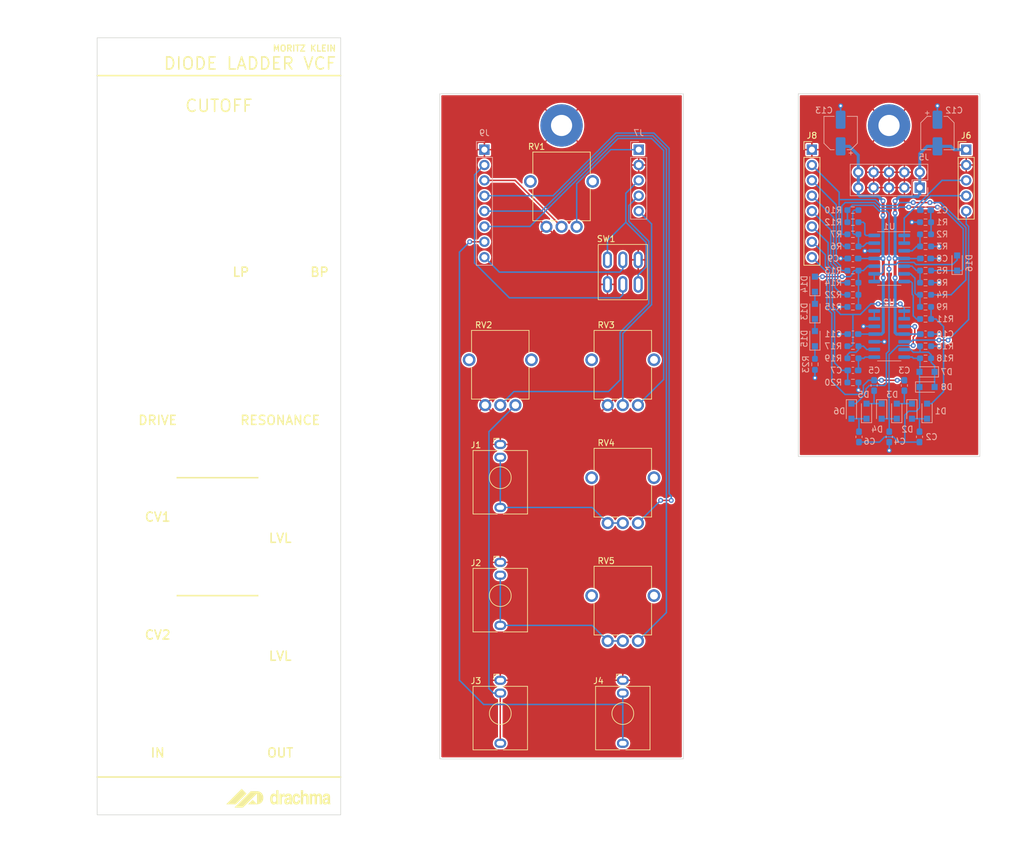
<source format=kicad_pcb>
(kicad_pcb (version 20211014) (generator pcbnew)
  (layers (0 "F.Cu" signal) (31 "B.Cu" signal) (34 "B.Paste" user) (35 "F.Paste" user) (36 "B.SilkS" user "B.Silkscreen") (37 "F.SilkS" user "F.Silkscreen") (38 "B.Mask" user) (39 "F.Mask" user) (44 "Edge.Cuts" user))
  (net 0 "")
  (net 1 "Net-(C1-Pad2)")
  (net 2 "RES_FB")
  (net 3 "Net-(C2-Pad2)")
  (net 4 "Net-(C3-Pad2)")
  (net 5 "Net-(C4-Pad2)")
  (net 6 "Net-(C5-Pad2)")
  (net 7 "Net-(C6-Pad2)")
  (net 8 "Net-(C7-Pad1)")
  (net 9 "GND")
  (net 10 "Net-(D1-Pad2)")
  (net 11 "Net-(D6-Pad1)")
  (net 12 "Net-(R2-Pad2)")
  (net 13 "Net-(R12-Pad1)")
  (net 14 "Net-(R4-Pad2)")
  (net 15 "Net-(R17-Pad2)")
  (net 16 "Net-(R5-Pad2)")
  (net 17 "Net-(R10-Pad1)")
  (net 18 "-12V")
  (net 19 "+12V")
  (net 20 "Net-(D13-Pad2)")
  (net 21 "Net-(D16-Pad1)")
  (net 22 "Net-(R11-Pad1)")
  (net 23 "Net-(D16-Pad2)")
  (net 24 "Net-(U2-Pad13)")
  (net 25 "Net-(D13-Pad1)")
  (net 26 "Net-(D14-Pad1)")
  (net 27 "Net-(D15-Pad1)")
  (net 28 "Net-(D7-Pad1)")
  (net 29 "DRIVE1_B")
  (net 30 "SW1B_OUT_B")
  (net 31 "AUDIO_OUT_B")
  (net 32 "CUT1_A")
  (net 33 "CV_AMT1_A")
  (net 34 "CV_AMT2_A")
  (net 35 "DRIVE1_A")
  (net 36 "AUDIO_OUT_A")
  (net 37 "CUT1_B")
  (net 38 "CV_AMT1_B")
  (net 39 "CV_AMT2_B")
  (net 40 "SW1A_IN_B")
  (net 41 "SW1A_IN_A")
  (net 42 "RESO1_IN_A")
  (net 43 "RESO1_OUT_A")
  (net 44 "RESO1_IN_B")
  (net 45 "RESO1_OUT_B")
  (net 46 "SW1A_OUT_B")
  (net 47 "SW1A_OUT_A")
  (net 48 "SW1B_OUT_A")
  (net 49 "Net-(RV4-Pad1)")
  (net 50 "Net-(RV2-Pad3)")
  (net 51 "Net-(RV5-Pad1)")
  (footprint "1_CUSTOM:Potentiometer_Alpha_Metal_Mounting_Hole" (layer "F.Cu") (at 63.5 54.5)
    (fp_text reference "REF**" hide)
    (fp_text value "Potentiometer_Alpha_Metal_Mounting_Hole" hide)
  )
  (footprint "1_CUSTOM:SW_DPDT_2MD1T2B1M1QES" (layer "F.Cu") (at 130.25 69.5 90)
    (fp_text reference "SW1")
    (fp_text value "SW_DPDT_x2")
  )
  (footprint "1_CUSTOM:Alpha_9mm_3.5mm_Jack_Mounting_Hole" (layer "F.Cu") (at 53.375 142.5)
    (fp_text reference "REF**" hide)
    (fp_text value "Alpha_9mm_3.5mm_Jack_Mounting_Hole" hide)
  )
  (footprint "1_CUSTOM:Potentiometer_Alpha_Metal" (layer "F.Cu") (at 130.25 103.5)
    (fp_text reference "RV4")
    (fp_text value "100k")
  )
  (footprint "MountingHole:MountingHole_3.5mm_Pad" (layer "F.Cu") (at 174.25 45.25)
    (fp_text reference "REF**" hide)
    (fp_text value "MountingHole_3.5mm_Pad" hide)
  )
  (footprint "1_CUSTOM:Potentiometer_Alpha_Metal_Mounting_Hole" (layer "F.Cu") (at 73.625 84)
    (fp_text reference "REF**" hide)
    (fp_text value "Potentiometer_Alpha_Metal_Mounting_Hole" hide)
  )
  (footprint "1_CUSTOM:Alpha_9mm_3.5mm_Jack_Mounting_Hole" (layer "F.Cu") (at 53.375 103.5)
    (fp_text reference "REF**" hide)
    (fp_text value "Alpha_9mm_3.5mm_Jack_Mounting_Hole" hide)
  )
  (footprint "1_CUSTOM:Jack_3.5mm_QingPu_WQP-PJ398SM_Vertical_CircularHoles_Compact" (layer "F.Cu") (at 130.25 142.5)
    (fp_text reference "J4")
    (fp_text value "AUDIO_OUT")
  )
  (footprint "1_CUSTOM:Potentiometer_Alpha_Metal_Mounting_Hole" (layer "F.Cu") (at 53.375 84)
    (fp_text reference "REF**" hide)
    (fp_text value "Potentiometer_Alpha_Metal_Mounting_Hole" hide)
  )
  (footprint "1_CUSTOM:Rack_Mounting_Hole" (layer "F.Cu") (at 50.875 156.25)
    (fp_text reference "REF**" hide)
    (fp_text value "Rack_Mounting_Hole" hide)
  )
  (footprint "Connector_PinHeader_2.54mm:PinHeader_1x05_P2.54mm_Vertical" (layer "F.Cu") (at 187 49.25)
    (fp_text reference "J6")
    (fp_text value "Conn_01x05_Male")
  )
  (footprint "1_CUSTOM:Potentiometer_Alpha_Metal_Mounting_Hole" (layer "F.Cu") (at 73.625 103.5)
    (fp_text reference "REF**" hide)
    (fp_text value "Potentiometer_Alpha_Metal_Mounting_Hole" hide)
  )
  (footprint "" (layer "F.Cu") (at 120.125 45.25)
    (fp_text reference "")
    (fp_text value "")
  )
  (footprint "1_CUSTOM:Jack_3.5mm_QingPu_WQP-PJ398SM_Vertical_CircularHoles_Compact" (layer "F.Cu") (at 110 123)
    (fp_text reference "J2")
    (fp_text value "CV2")
  )
  (footprint "1_CUSTOM:Jack_3.5mm_QingPu_WQP-PJ398SM_Vertical_CircularHoles_Compact" (layer "F.Cu") (at 110 142.5)
    (fp_text reference "J3")
    (fp_text value "AUDIO_IN")
  )
  (footprint "1_CUSTOM:Potentiometer_Alpha_Metal" (layer "F.Cu") (at 110 84)
    (fp_text reference "RV2")
    (fp_text value "100k")
  )
  (footprint "1_CUSTOM:Jack_3.5mm_QingPu_WQP-PJ398SM_Vertical_CircularHoles_Compact" (layer "F.Cu") (at 110 103.5)
    (fp_text reference "J1")
    (fp_text value "CV1")
  )
  (footprint "1_CUSTOM:Rack_Mounting_Hole" (layer "F.Cu") (at 50.875 33.75)
    (fp_text reference "REF**" hide)
    (fp_text value "Rack_Mounting_Hole" hide)
  )
  (footprint "1_CUSTOM:Alpha_9mm_3.5mm_Jack_Mounting_Hole" (layer "F.Cu") (at 73.625 142.5)
    (fp_text reference "REF**" hide)
    (fp_text value "Alpha_9mm_3.5mm_Jack_Mounting_Hole" hide)
  )
  (footprint "1_CUSTOM:Potentiometer_Alpha_Metal" (layer "F.Cu") (at 130.25 84)
    (fp_text reference "RV3")
    (fp_text value "100k")
  )
  (footprint "1_CUSTOM:Potentiometer_Alpha_Metal" (layer "F.Cu") (at 120.125 54.5)
    (fp_text reference "RV1")
    (fp_text value "100k")
  )
  (footprint "1_CUSTOM:logo_drachma_full_final_for_PCB" (layer "F.Cu") (at 73.875 156.5)
    (fp_text reference "Ref**" hide)
    (fp_text value "Val**" hide)
  )
  (footprint "1_CUSTOM:Potentiometer_Alpha_Metal" (layer "F.Cu") (at 130.25 123)
    (fp_text reference "RV5")
    (fp_text value "100k")
  )
  (footprint "1_CUSTOM:Potentiometer_Alpha_Metal_Mounting_Hole" (layer "F.Cu") (at 73.625 123)
    (fp_text reference "REF**" hide)
    (fp_text value "Potentiometer_Alpha_Metal_Mounting_Hole" hide)
  )
  (footprint "1_CUSTOM:Alpha_9mm_3.5mm_Jack_Mounting_Hole" (layer "F.Cu") (at 53.375 123)
    (fp_text reference "REF**" hide)
    (fp_text value "Alpha_9mm_3.5mm_Jack_Mounting_Hole" hide)
  )
  (footprint "Connector_PinHeader_2.54mm:PinHeader_1x08_P2.54mm_Vertical" (layer "F.Cu") (at 161.5 49.25)
    (fp_text reference "J8")
    (fp_text value "Conn_01x08_Male")
  )
  (footprint "1_CUSTOM:SW_DPDT_2MD1T2B1M1QES_Mounting_Hole" (layer "F.Cu") (at 73.625 69.5)
    (fp_text reference "REF**" hide)
    (fp_text value "SW_DPDT_2MD1T2B1M1QES_Mounting_Hole" hide)
  )
  (footprint "Package_SO:SOIC-14_3.9x8.7mm_P1.27mm" (layer "B.Cu") (at 174.28125 67.25 180)
    (fp_text reference "U1")
    (fp_text value "TL074")
  )
  (footprint "Resistor_SMD:R_0603_1608Metric_Pad0.98x0.95mm_HandSolder" (layer "B.Cu") (at 168.28125 63.25)
    (fp_text reference "R7")
    (fp_text value "33k")
  )
  (footprint "Diode_SMD:D_SOD-323_HandSoldering" (layer "B.Cu") (at 180.53125 88.5)
    (fp_text reference "D8")
    (fp_text value "1N4148")
  )
  (footprint "Capacitor_SMD:C_0603_1608Metric_Pad1.08x0.95mm_HandSolder" (layer "B.Cu") (at 180.28125 79.75 180)
    (fp_text reference "C10")
    (fp_text value "100n")
  )
  (footprint "Resistor_SMD:R_0603_1608Metric_Pad0.98x0.95mm_HandSolder" (layer "B.Cu") (at 180.28125 65.25 180)
    (fp_text reference "R3")
    (fp_text value "680")
  )
  (footprint "Resistor_SMD:R_0603_1608Metric_Pad0.98x0.95mm_HandSolder" (layer "B.Cu") (at 168.28125 69.25)
    (fp_text reference "R13")
    (fp_text value "100k")
  )
  (footprint "Capacitor_SMD:C_0603_1608Metric_Pad1.08x0.95mm_HandSolder" (layer "B.Cu") (at 168.28125 67.25 180)
    (fp_text reference "C9")
    (fp_text value "100n")
  )
  (footprint "Resistor_SMD:R_0603_1608Metric_Pad0.98x0.95mm_HandSolder" (layer "B.Cu") (at 180.28125 83.75 180)
    (fp_text reference "R18")
    (fp_text value "100k")
  )
  (footprint "Diode_SMD:D_SOD-323_HandSoldering" (layer "B.Cu") (at 180.53125 92.5 90)
    (fp_text reference "D1")
    (fp_text value "1N4148")
  )
  (footprint "Resistor_SMD:R_0603_1608Metric_Pad0.98x0.95mm_HandSolder" (layer "B.Cu") (at 168.28125 87.75 180)
    (fp_text reference "R20")
    (fp_text value "200k")
  )
  (footprint "Diode_SMD:D_SOD-323_HandSoldering" (layer "B.Cu") (at 180.53125 86 180)
    (fp_text reference "D7")
    (fp_text value "1N4148")
  )
  (footprint "Capacitor_SMD:C_0603_1608Metric_Pad1.08x0.95mm_HandSolder" (layer "B.Cu") (at 171.78125 88.25 -90)
    (fp_text reference "C5")
    (fp_text value "1n")
  )
  (footprint "Resistor_SMD:R_0603_1608Metric_Pad0.98x0.95mm_HandSolder" (layer "B.Cu") (at 180.28125 77.25)
    (fp_text reference "R11")
    (fp_text value "2k")
  )
  (footprint "Capacitor_SMD:C_0603_1608Metric_Pad1.08x0.95mm_HandSolder" (layer "B.Cu") (at 169.28125 96.75 90)
    (fp_text reference "C6")
    (fp_text value "1n")
  )
  (footprint "Diode_SMD:D_SOD-323_HandSoldering" (layer "B.Cu") (at 175.53125 92.5 90)
    (fp_text reference "D3")
    (fp_text value "1N4148")
  )
  (footprint "Resistor_SMD:R_0603_1608Metric_Pad0.98x0.95mm_HandSolder" (layer "B.Cu") (at 168.28125 61.25 180)
    (fp_text reference "R12")
    (fp_text value "2k")
  )
  (footprint "Capacitor_SMD:C_0603_1608Metric_Pad1.08x0.95mm_HandSolder" (layer "B.Cu") (at 180.28125 59.25)
    (fp_text reference "C1")
    (fp_text value "1u")
  )
  (footprint "Resistor_SMD:R_0603_1608Metric_Pad0.98x0.95mm_HandSolder" (layer "B.Cu") (at 180.28125 61.25)
    (fp_text reference "R1")
    (fp_text value "200k")
  )
  (footprint "Resistor_SMD:R_0603_1608Metric_Pad0.98x0.95mm_HandSolder" (layer "B.Cu") (at 180.28125 71.25 180)
    (fp_text reference "R8")
    (fp_text value "33k")
  )
  (footprint "Connector_PinSocket_2.54mm:PinSocket_1x08_P2.54mm_Vertical" (layer "B.Cu") (at 107.375 49.25 180)
    (fp_text reference "J9")
    (fp_text value "Conn_01x08_Female")
  )
  (footprint "Diode_SMD:D_SOD-323_HandSoldering" (layer "B.Cu") (at 170.53125 92.5 90)
    (fp_text reference "D5")
    (fp_text value "1N4148")
  )
  (footprint "Resistor_SMD:R_0603_1608Metric_Pad0.98x0.95mm_HandSolder" (layer "B.Cu") (at 168.28125 75.25)
    (fp_text reference "R15")
    (fp_text value "47k")
  )
  (footprint "Diode_SMD:D_SOD-323_HandSoldering" (layer "B.Cu") (at 173.03125 92.5 -90)
    (fp_text reference "D4")
    (fp_text value "1N4148")
  )
  (footprint "Connector_PinHeader_2.54mm:PinHeader_2x05_P2.54mm_Vertical" (layer "B.Cu") (at 179.325 55.525 90)
    (fp_text reference "J5")
    (fp_text value "Conn_02x05_Odd_Even")
  )
  (footprint "Resistor_SMD:R_0603_1608Metric_Pad0.98x0.95mm_HandSolder" (layer "B.Cu") (at 180.28125 81.75 180)
    (fp_text reference "R16")
    (fp_text value "27k")
  )
  (footprint "Capacitor_SMD:C_0603_1608Metric_Pad1.08x0.95mm_HandSolder" (layer "B.Cu") (at 179.28125 96.75 90)
    (fp_text reference "C2")
    (fp_text value "1n")
  )
  (footprint "Resistor_SMD:R_0603_1608Metric_Pad0.98x0.95mm_HandSolder" (layer "B.Cu") (at 180.28125 75.25)
    (fp_text reference "R9")
    (fp_text value "33k")
  )
  (footprint "Resistor_SMD:R_0603_1608Metric_Pad0.98x0.95mm_HandSolder" (layer "B.Cu") (at 180.28125 73.25 180)
    (fp_text reference "R4")
    (fp_text value "33k")
  )
  (footprint "Resistor_SMD:R_0603_1608Metric_Pad0.98x0.95mm_HandSolder" (layer "B.Cu") (at 162 84.75 90)
    (fp_text reference "R23")
    (fp_text value "1k")
  )
  (footprint "Capacitor_SMD:CP_Elec_5x5.4" (layer "B.Cu") (at 182.25 46.5 -90)
    (fp_text reference "C12")
    (fp_text value "10u")
  )
  (footprint "Resistor_SMD:R_0603_1608Metric_Pad0.98x0.95mm_HandSolder" (layer "B.Cu") (at 168.28125 73.25)
    (fp_text reference "R22")
    (fp_text value "47k")
  )
  (footprint "Capacitor_SMD:C_0603_1608Metric_Pad1.08x0.95mm_HandSolder" (layer "B.Cu") (at 168.28125 85.75 180)
    (fp_text reference "C7")
    (fp_text value "1u")
  )
  (footprint "Capacitor_SMD:C_0603_1608Metric_Pad1.08x0.95mm_HandSolder" (layer "B.Cu") (at 176.78125 88.25 -90)
    (fp_text reference "C3")
    (fp_text value "1n")
  )
  (footprint "Resistor_SMD:R_0603_1608Metric_Pad0.98x0.95mm_HandSolder" (layer "B.Cu") (at 180.28125 69.25 180)
    (fp_text reference "R5")
    (fp_text value "33k")
  )
  (footprint "Diode_SMD:D_SOD-323_HandSoldering" (layer "B.Cu") (at 178.03125 92.5 -90)
    (fp_text reference "D2")
    (fp_text value "1N4148")
  )
  (footprint "Diode_SMD:D_SOD-323_HandSoldering" (layer "B.Cu") (at 162 80.5 90)
    (fp_text reference "D15")
    (fp_text value "1N4148")
  )
  (footprint "Diode_SMD:D_SOD-323_HandSoldering" (layer "B.Cu") (at 185.5 68 90)
    (fp_text reference "D16")
    (fp_text value "1N4148")
  )
  (footprint "Resistor_SMD:R_0603_1608Metric_Pad0.98x0.95mm_HandSolder" (layer "B.Cu") (at 168.28125 59.25 180)
    (fp_text reference "R10")
    (fp_text value "33k")
  )
  (footprint "Resistor_SMD:R_0603_1608Metric_Pad0.98x0.95mm_HandSolder" (layer "B.Cu") (at 168.28125 83.75)
    (fp_text reference "R19")
    (fp_text value "47k")
  )
  (footprint "Diode_SMD:D_SOD-323_HandSoldering" (layer "B.Cu") (at 162 71.5 90)
    (fp_text reference "D13")
    (fp_text value "1N4148")
  )
  (footprint "Resistor_SMD:R_0603_1608Metric_Pad0.98x0.95mm_HandSolder" (layer "B.Cu") (at 168.28125 81.75)
    (fp_text reference "R17")
    (fp_text value "1k")
  )
  (footprint "Resistor_SMD:R_0603_1608Metric_Pad0.98x0.95mm_HandSolder" (layer "B.Cu") (at 168.28125 65.25)
    (fp_text reference "R6")
    (fp_text value "33k")
  )
  (footprint "Capacitor_SMD:CP_Elec_5x5.4" (layer "B.Cu") (at 166.25 46.5 90)
    (fp_text reference "C13")
    (fp_text value "10u")
  )
  (footprint "Diode_SMD:D_SOD-323_HandSoldering" (layer "B.Cu") (at 162 76 90)
    (fp_text reference "D14")
    (fp_text value "1N4148")
  )
  (footprint "Capacitor_SMD:C_0603_1608Metric_Pad1.08x0.95mm_HandSolder" (layer "B.Cu") (at 180.28125 67.25 180)
    (fp_text reference "C8")
    (fp_text value "100n")
  )
  (footprint "Connector_PinSocket_2.54mm:PinSocket_1x05_P2.54mm_Vertical" (layer "B.Cu") (at 132.875 49.25 180)
    (fp_text reference "J7")
    (fp_text value "Conn_01x05_Female")
  )
  (footprint "Capacitor_SMD:C_0603_1608Metric_Pad1.08x0.95mm_HandSolder" (layer "B.Cu") (at 168.28125 79.75 180)
    (fp_text reference "C11")
    (fp_text value "100n")
  )
  (footprint "Diode_SMD:D_SOD-323_HandSoldering" (layer "B.Cu") (at 168.03125 92.5 -90)
    (fp_text reference "D6")
    (fp_text value "1N4148")
  )
  (footprint "Resistor_SMD:R_0603_1608Metric_Pad0.98x0.95mm_HandSolder" (layer "B.Cu") (at 180.28125 63.25 180)
    (fp_text reference "R2")
    (fp_text value "33k")
  )
  (footprint "Capacitor_SMD:C_0603_1608Metric_Pad1.08x0.95mm_HandSolder" (layer "B.Cu") (at 174.28125 96.75 90)
    (fp_text reference "C4")
    (fp_text value "1n")
  )
  (footprint "Resistor_SMD:R_0603_1608Metric_Pad0.98x0.95mm_HandSolder" (layer "B.Cu") (at 168.28125 71.25)
    (fp_text reference "R14")
    (fp_text value "47k")
  )
  (footprint "Package_SO:SOIC-14_3.9x8.7mm_P1.27mm" (layer "B.Cu") (at 174.28125 79.75 180)
    (fp_text reference "U2")
    (fp_text value "TL074")
  )
  (gr_line (start 53.375 103.5) (end 73.625 103.5) (layer "F.SilkS") (width 0.25))
  (gr_line (start 43.375 37) (end 83.625 37) (layer "F.SilkS") (width 0.25))
  (gr_line (start 43.375 153) (end 83.625 153) (layer "F.SilkS") (width 0.25))
  (gr_line (start 53.375 123) (end 73.625 123) (layer "F.SilkS") (width 0.25))
  (gr_rect (start 159.25 100) (end 189.25 40) (layer "Edge.Cuts") (width 0.1) (fill none))
  (gr_rect (start 100 40) (end 140.25 150) (layer "Edge.Cuts") (width 0.1) (fill none))
  (gr_rect (start 43.375 30.75) (end 83.625 159.25) (layer "Edge.Cuts") (width 0.1) (fill none))
  (gr_text "MORITZ KLEIN" (at 77.625 32.5) (layer "F.SilkS") (effects (font (size 1 1) (thickness 0.2))))
  (gr_text "CV2" (at 53.375 129.5) (layer "F.SilkS") (effects (font (size 1.5 1.5) (thickness 0.25))))
  (gr_text "LVL" (at 73.625 113.5) (layer "F.SilkS") (effects (font (size 1.5 1.5) (thickness 0.25))))
  (gr_text "OUT" (at 73.625 149) (layer "F.SilkS") (effects (font (size 1.5 1.5) (thickness 0.25))))
  (gr_text "CV1" (at 53.375 110) (layer "F.SilkS") (effects (font (size 1.5 1.5) (thickness 0.25))))
  (gr_text "BP" (at 80.125 69.5) (layer "F.SilkS") (effects (font (size 1.5 1.5) (thickness 0.25))))
  (gr_text "DRIVE" (at 53.375 94) (layer "F.SilkS") (effects (font (size 1.5 1.5) (thickness 0.25))))
  (gr_text "LVL" (at 73.625 133) (layer "F.SilkS") (effects (font (size 1.5 1.5) (thickness 0.25))))
  (gr_text "IN" (at 53.375 149) (layer "F.SilkS") (effects (font (size 1.5 1.5) (thickness 0.25))))
  (gr_text "DIODE LADDER VCF" (at 68.625 35) (layer "F.SilkS") (effects (font (size 2 2) (thickness 0.25))))
  (gr_text "CUTOFF" (at 63.5 42) (layer "F.SilkS") (effects (font (size 2 2) (thickness 0.25))))
  (gr_text "LP" (at 67.125 69.5) (layer "F.SilkS") (effects (font (size 1.5 1.5) (thickness 0.25))))
  (gr_text "RESONANCE" (at 73.625 94) (layer "F.SilkS") (effects (font (size 1.5 1.5) (thickness 0.25))))
  (segment (start 181.14375 59.25) (end 181.14375 61.2) (width 0.25) (layer "B.Cu") (net 1))
  (segment (start 181.19375 61.25) (end 181.19375 63.25) (width 0.25) (layer "B.Cu") (net 1))
  (segment (start 181.14375 61.2) (end 181.19375 61.25) (width 0.25) (layer "B.Cu") (net 1))
  (segment (start 178.09125 83.56) (end 178.28125 83.75) (width 0.25) (layer "B.Cu") (net 2))
  (segment (start 176.75625 83.56) (end 178.09125 83.56) (width 0.25) (layer "B.Cu") (net 2))
  (segment (start 179.36875 83.75) (end 179.36875 85.9125) (width 0.25) (layer "B.Cu") (net 2))
  (segment (start 176.8625 93.1375) (end 176.8625 97.6125) (width 0.25) (layer "B.Cu") (net 2))
  (segment (start 179.28125 97.6125) (end 175.83125 97.6125) (width 0.25) (layer "B.Cu") (net 2))
  (segment (start 178.28125 83.75) (end 179.36875 83.75) (width 0.25) (layer "B.Cu") (net 2))
  (segment (start 175.83125 97.6125) (end 174.96875 96.75) (width 0.25) (layer "B.Cu") (net 2))
  (segment (start 172.66875 97.6125) (end 169.28125 97.6125) (width 0.25) (layer "B.Cu") (net 2))
  (segment (start 173.53125 96.75) (end 172.66875 97.6125) (width 0.25) (layer "B.Cu") (net 2))
  (segment (start 179.36875 85.9125) (end 179.28125 86) (width 0.25) (layer "B.Cu") (net 2))
  (segment (start 179.28125 91.96875) (end 178.75 92.5) (width 0.25) (layer "B.Cu") (net 2))
  (segment (start 178.75 92.5) (end 177.5 92.5) (width 0.25) (layer "B.Cu") (net 2))
  (segment (start 179.28125 88.5) (end 179.28125 91.96875) (width 0.25) (layer "B.Cu") (net 2))
  (segment (start 179.28125 88.5) (end 179.28125 86) (width 0.25) (layer "B.Cu") (net 2))
  (segment (start 174.96875 96.75) (end 173.53125 96.75) (width 0.25) (layer "B.Cu") (net 2))
  (segment (start 177.5 92.5) (end 176.8625 93.1375) (width 0.25) (layer "B.Cu") (net 2))
  (segment (start 178.03125 93.75) (end 179.28125 93.75) (width 0.25) (layer "B.Cu") (net 3))
  (segment (start 179.28125 95.8875) (end 179.28125 93.75) (width 0.25) (layer "B.Cu") (net 3))
  (segment (start 179.28125 93.75) (end 180.53125 93.75) (width 0.25) (layer "B.Cu") (net 3))
  (segment (start 176.78125 91.25) (end 175.53125 91.25) (width 0.25) (layer "B.Cu") (net 4))
  (segment (start 178.03125 91.25) (end 176.78125 91.25) (width 0.25) (layer "B.Cu") (net 4))
  (segment (start 176.78125 91.25) (end 176.78125 89.1125) (width 0.25) (layer "B.Cu") (net 4))
  (segment (start 178.25 80.25) (end 178.25 81.645) (width 0.25) (layer "F.Cu") (net 5))
  (segment (start 178.5 80) (end 178.25 80.25) (width 0.25) (layer "F.Cu") (net 5))
  (segment (start 178.5 78.5) (end 178.5 80) (width 0.25) (layer "F.Cu") (net 5))
  (via (at 178.25 81.645) (size 0.8) (drill 0.4) (layers "F.Cu" "B.Cu") (net 5))
  (via (at 178.5 78.5) (size 0.8) (drill 0.4) (layers "F.Cu" "B.Cu") (net 5))
  (segment (start 174.28125 93.75) (end 174.25 93.71875) (width 0.25) (layer "B.Cu") (net 5))
  (segment (start 176.77625 78.5) (end 176.75625 78.48) (width 0.25) (layer "B.Cu") (net 5))
  (segment (start 174.28125 93.75) (end 175.53125 93.75) (width 0.25) (layer "B.Cu") (net 5))
  (segment (start 178.5 78.5) (end 176.77625 78.5) (width 0.25) (layer "B.Cu") (net 5))
  (segment (start 174.25 93.71875) (end 174.25 88.25) (width 0.25) (layer "B.Cu") (net 5))
  (segment (start 178.25 81.645) (end 175.754499 81.645) (width 0.25) (layer "B.Cu") (net 5))
  (segment (start 173.03125 93.75) (end 174.28125 93.75) (width 0.25) (layer "B.Cu") (net 5))
  (segment (start 175.754499 81.645) (end 174.25 83.149499) (width 0.25) (layer "B.Cu") (net 5))
  (segment (start 174.25 83.149499) (end 174.25 88.25) (width 0.25) (layer "B.Cu") (net 5))
  (segment (start 174.28125 93.75) (end 174.28125 95.8875) (width 0.25) (layer "B.Cu") (net 5))
  (segment (start 171.78125 91.25) (end 170.53125 91.25) (width 0.25) (layer "B.Cu") (net 6))
  (segment (start 171.78125 89.1125) (end 171.78125 91.25) (width 0.25) (layer "B.Cu") (net 6))
  (segment (start 173.03125 91.25) (end 171.78125 91.25) (width 0.25) (layer "B.Cu") (net 6))
  (segment (start 169.28125 95.8875) (end 169.28125 93.75) (width 0.25) (layer "B.Cu") (net 7))
  (segment (start 169.28125 93.75) (end 170.53125 93.75) (width 0.25) (layer "B.Cu") (net 7))
  (segment (start 168.03125 93.75) (end 169.28125 93.75) (width 0.25) (layer "B.Cu") (net 7))
  (segment (start 169.19375 83.75) (end 169.19375 85.7) (width 0.25) (layer "B.Cu") (net 8))
  (segment (start 169.19375 85.7) (end 169.14375 85.75) (width 0.25) (layer "B.Cu") (net 8))
  (segment (start 170.09125 83.75) (end 169.19375 83.75) (width 0.25) (layer "B.Cu") (net 8))
  (segment (start 171.80625 83.56) (end 170.28125 83.56) (width 0.25) (layer "B.Cu") (net 8))
  (segment (start 170.28125 83.56) (end 170.09125 83.75) (width 0.25) (layer "B.Cu") (net 8))
  (via (at 162 87) (size 0.8) (drill 0.4) (layers "F.Cu" "B.Cu") (net 9))
  (via (at 173.48 81.02) (size 0.8) (drill 0.4) (layers "F.Cu" "B.Cu") (net 9))
  (via (at 170.25 66) (size 0.8) (drill 0.4) (layers "F.Cu" "B.Cu") (net 9))
  (via (at 170.02 78.48) (size 0.8) (drill 0.4) (layers "F.Cu" "B.Cu") (net 9))
  (via (at 169.19375 89) (size 0.8) (drill 0.4) (layers "F.Cu" "B.Cu") (net 9))
  (via (at 166.25 67.25) (size 0.8) (drill 0.4) (layers "F.Cu" "B.Cu") (net 9))
  (via (at 182.53125 67.25) (size 0.8) (drill 0.4) (layers "F.Cu" "B.Cu") (net 9))
  (via (at 182.53125 65.25) (size 0.8) (drill 0.4) (layers "F.Cu" "B.Cu") (net 9))
  (via (at 182.53125 79.75) (size 0.8) (drill 0.4) (layers "F.Cu" "B.Cu") (net 9))
  (via (at 166.25 42) (size 0.8) (drill 0.4) (layers "F.Cu" "B.Cu") (net 9))
  (via (at 166.03125 79.75) (size 0.8) (drill 0.4) (layers "F.Cu" "B.Cu") (net 9))
  (via (at 178.03125 61.25) (size 0.8) (drill 0.4) (layers "F.Cu" "B.Cu") (net 9))
  (via (at 166.03125 75.25) (size 0.8) (drill 0.4) (layers "F.Cu" "B.Cu") (net 9))
  (via (at 182.53125 71.25) (size 0.8) (drill 0.4) (layers "F.Cu" "B.Cu") (net 9))
  (via (at 174.28125 99) (size 0.8) (drill 0.4) (layers "F.Cu" "B.Cu") (net 9))
  (via (at 182.25 42) (size 0.8) (drill 0.4) (layers "F.Cu" "B.Cu") (net 9))
  (via (at 182.53125 81.75) (size 0.8) (drill 0.4) (layers "F.Cu" "B.Cu") (net 9))
  (segment (start 182.53125 65.25) (end 181.19375 65.25) (width 0.25) (layer "B.Cu") (net 9))
  (segment (start 179.36875 61.25) (end 178.03125 61.25) (width 0.25) (layer "B.Cu") (net 9))
  (segment (start 171.80625 81.02) (end 173.48 81.02) (width 0.25) (layer "B.Cu") (net 9))
  (segment (start 167.41875 67.25) (end 166.25 67.25) (width 0.25) (layer "B.Cu") (net 9))
  (segment (start 182.53125 71.25) (end 181.19375 71.25) (width 0.25) (layer "B.Cu") (net 9))
  (segment (start 181.19375 81.75) (end 182.53125 81.75) (width 0.25) (layer "B.Cu") (net 9))
  (segment (start 174.28125 97.6125) (end 174.28125 99) (width 0.25) (layer "B.Cu") (net 9))
  (segment (start 167.36875 75.25) (end 166.03125 75.25) (width 0.25) (layer "B.Cu") (net 9))
  (segment (start 182.53125 79.75) (end 181.14375 79.75) (width 0.25) (layer "B.Cu") (net 9))
  (segment (start 166.03125 79.75) (end 167.41875 79.75) (width 0.25) (layer "B.Cu") (net 9))
  (segment (start 171.80625 78.48) (end 170.02 78.48) (width 0.25) (layer "B.Cu") (net 9))
  (segment (start 170.25 66) (end 171.82625 66) (width 0.25) (layer "B.Cu") (net 9))
  (segment (start 162 85.6625) (end 162 87) (width 0.25) (layer "B.Cu") (net 9))
  (segment (start 169.19375 87.75) (end 169.19375 89) (width 0.25) (layer "B.Cu") (net 9))
  (segment (start 166.25 44.3) (end 166.25 42) (width 0.25) (layer "B.Cu") (net 9))
  (segment (start 182.25 44.3) (end 182.25 42) (width 0.25) (layer "B.Cu") (net 9))
  (segment (start 181.14375 67.25) (end 182.53125 67.25) (width 0.25) (layer "B.Cu") (net 9))
  (segment (start 183.25625 89.259375) (end 181.265625 91.25) (width 0.25) (layer "B.Cu") (net 10))
  (segment (start 181.265625 91.25) (end 180.53125 91.25) (width 0.25) (layer "B.Cu") (net 10))
  (segment (start 183.25625 78.50625) (end 183.25625 89.259375) (width 0.25) (layer "B.Cu") (net 10))
  (segment (start 182 77.25) (end 183.25625 78.50625) (width 0.25) (layer "B.Cu") (net 10))
  (segment (start 181.19375 77.25) (end 182 77.25) (width 0.25) (layer "B.Cu") (net 10))
  (segment (start 181.19375 77.25) (end 181.19375 75.25) (width 0.25) (layer "B.Cu") (net 10))
  (segment (start 174.25 67.25) (end 174.25 69) (width 0.25) (layer "F.Cu") (net 11))
  (via (at 174.25 67.25) (size 0.8) (drill 0.4) (layers "F.Cu" "B.Cu") (net 11))
  (via (at 174.25 69) (size 0.8) (drill 0.4) (layers "F.Cu" "B.Cu") (net 11))
  (segment (start 173.8 87.95) (end 173.5 88.25) (width 0.25) (layer "B.Cu") (net 11))
  (segment (start 174.25 59.75) (end 173.89952 59.39952) (width 0.25) (layer "B.Cu") (net 11))
  (segment (start 167.36875 59.25) (end 167.36875 61.25) (width 0.25) (layer "B.Cu") (net 11))
  (segment (start 173.5 88.25) (end 171 88.25) (width 0.25) (layer "B.Cu") (net 11))
  (segment (start 174.25 82.513103) (end 173.8 82.963103) (width 0.25) (layer "B.Cu") (net 11))
  (segment (start 174.25 67.25) (end 174.25 59.75) (width 0.25) (layer "B.Cu") (net 11))
  (segment (start 172.627406 59.39952) (end 171.677886 58.45) (width 0.25) (layer "B.Cu") (net 11))
  (segment (start 171 88.25) (end 170.45 88.8) (width 0.25) (layer "B.Cu") (net 11))
  (segment (start 171.677886 58.45) (end 168.16875 58.45) (width 0.25) (layer "B.Cu") (net 11))
  (segment (start 168.761396 91.25) (end 168.03125 91.25) (width 0.25) (layer "B.Cu") (net 11))
  (segment (start 170.45 88.8) (end 170.45 89.561396) (width 0.25) (layer "B.Cu") (net 11))
  (segment (start 173.89952 59.39952) (end 172.627406 59.39952) (width 0.25) (layer "B.Cu") (net 11))
  (segment (start 174.25 69) (end 174.25 82.513103) (width 0.25) (layer "B.Cu") (net 11))
  (segment (start 168.16875 58.45) (end 167.36875 59.25) (width 0.25) (layer "B.Cu") (net 11))
  (segment (start 170.45 89.561396) (end 168.761396 91.25) (width 0.25) (layer "B.Cu") (net 11))
  (segment (start 173.8 82.963103) (end 173.8 87.95) (width 0.25) (layer "B.Cu") (net 11))
  (segment (start 178.07125 65.98) (end 176.75625 65.98) (width 0.25) (layer "B.Cu") (net 12))
  (segment (start 178.80125 65.25) (end 178.07125 65.98) (width 0.25) (layer "B.Cu") (net 12))
  (segment (start 179.36875 65.25) (end 179.36875 63.25) (width 0.25) (layer "B.Cu") (net 12))
  (segment (start 179.36875 65.25) (end 178.80125 65.25) (width 0.25) (layer "B.Cu") (net 12))
  (segment (start 170.25 61.5) (end 170.25 63.25) (width 0.25) (layer "B.Cu") (net 13))
  (segment (start 170.25 63.25) (end 170.44 63.44) (width 0.25) (layer "B.Cu") (net 13))
  (segment (start 170.44 63.44) (end 171.80625 63.44) (width 0.25) (layer "B.Cu") (net 13))
  (segment (start 169.19375 61.25) (end 170 61.25) (width 0.25) (layer "B.Cu") (net 13))
  (segment (start 170 61.25) (end 170.25 61.5) (width 0.25) (layer "B.Cu") (net 13))
  (segment (start 177.82125 69.79) (end 176.75625 69.79) (width 0.25) (layer "B.Cu") (net 14))
  (segment (start 179.36875 75.25) (end 179.36875 73.25) (width 0.25) (layer "B.Cu") (net 14))
  (segment (start 178.78125 73.25) (end 178.53125 73) (width 0.25) (layer "B.Cu") (net 14))
  (segment (start 178.53125 70.5) (end 177.82125 69.79) (width 0.25) (layer "B.Cu") (net 14))
  (segment (start 179.36875 73.25) (end 178.78125 73.25) (width 0.25) (layer "B.Cu") (net 14))
  (segment (start 178.53125 73) (end 178.53125 70.5) (width 0.25) (layer "B.Cu") (net 14))
  (segment (start 170.57125 82.29) (end 171.80625 82.29) (width 0.25) (layer "B.Cu") (net 15))
  (segment (start 167.36875 83.1625) (end 167.36875 83.75) (width 0.25) (layer "B.Cu") (net 15))
  (segment (start 168.78125 82.75) (end 167.78125 82.75) (width 0.25) (layer "B.Cu") (net 15))
  (segment (start 167.78125 82.75) (end 167.36875 83.1625) (width 0.25) (layer "B.Cu") (net 15))
  (segment (start 169.19375 81.75) (end 169.19375 82.3375) (width 0.25) (layer "B.Cu") (net 15))
  (segment (start 170.03125 81.75) (end 170.57125 82.29) (width 0.25) (layer "B.Cu") (net 15))
  (segment (start 169.19375 81.75) (end 170.03125 81.75) (width 0.25) (layer "B.Cu") (net 15))
  (segment (start 169.19375 82.3375) (end 168.78125 82.75) (width 0.25) (layer "B.Cu") (net 15))
  (segment (start 179.36875 71.25) (end 179.36875 69.25) (width 0.25) (layer "B.Cu") (net 16))
  (segment (start 179.36875 69.25) (end 178.78125 69.25) (width 0.25) (layer "B.Cu") (net 16))
  (segment (start 178.78125 69.25) (end 178.03125 68.5) (width 0.25) (layer "B.Cu") (net 16))
  (segment (start 176.77625 68.5) (end 176.75625 68.52) (width 0.25) (layer "B.Cu") (net 16))
  (segment (start 178.03125 68.5) (end 176.77625 68.5) (width 0.25) (layer "B.Cu") (net 16))
  (segment (start 169.19375 65.25) (end 169.19375 63.25) (width 0.25) (layer "B.Cu") (net 17))
  (segment (start 168.471875 63.25) (end 169.19375 63.25) (width 0.25) (layer "B.Cu") (net 17))
  (segment (start 168.25 63.028125) (end 168.471875 63.25) (width 0.25) (layer "B.Cu") (net 17))
  (segment (start 171.80625 64.71) (end 170.54 64.71) (width 0.25) (layer "B.Cu") (net 17))
  (segment (start 168.5 59.25) (end 168.25 59.5) (width 0.25) (layer "B.Cu") (net 17))
  (segment (start 168.25 59.5) (end 168.25 63.028125) (width 0.25) (layer "B.Cu") (net 17))
  (segment (start 170 65.25) (end 169.19375 65.25) (width 0.25) (layer "B.Cu") (net 17))
  (segment (start 170.54 64.71) (end 170 65.25) (width 0.25) (layer "B.Cu") (net 17))
  (segment (start 169.19375 59.25) (end 168.5 59.25) (width 0.25) (layer "B.Cu") (net 17))
  (segment (start 173.25 67.25) (end 173.3 67.3) (width 0.5) (layer "F.Cu") (net 18))
  (segment (start 173.262299 60.111721) (end 173.262299 57.737701) (width 0.5) (layer "F.Cu") (net 18))
  (segment (start 173.25 60.12402) (end 173.262299 60.111721) (width 0.5) (layer "F.Cu") (net 18))
  (segment (start 173.3 67.3) (end 173.3 70.45) (width 0.5) (layer "F.Cu") (net 18))
  (via (at 173.262299 57.737701) (size 0.8) (drill 0.4) (layers "F.Cu" "B.Cu") (net 18))
  (via (at 173.25 60.12402) (size 0.8) (drill 0.4) (layers "F.Cu" "B.Cu") (net 18))
  (via (at 173.25 67.25) (size 0.8) (drill 0.4) (layers "F.Cu" "B.Cu") (net 18))
  (via (at 173.3 70.45) (size 0.8) (drill 0.4) (layers "F.Cu" "B.Cu") (net 18))
  (segment (start 169.165 50.165) (end 167.7 48.7) (width 0.5) (layer "B.Cu") (net 18))
  (segment (start 169.165 56.665) (end 169.165 55.525) (width 0.5) (layer "B.Cu") (net 18))
  (segment (start 169.43 56.93) (end 169.165 56.665) (width 0.5) (layer "B.Cu") (net 18))
  (segment (start 169.14375 67.25) (end 171.80625 67.25) (width 0.25) (layer "B.Cu") (net 18))
  (segment (start 169.175 52.995) (end 169.175 55.515) (width 0.5) (layer "B.Cu") (net 18))
  (segment (start 169.165 52.985) (end 169.175 52.995) (width 0.5) (layer "B.Cu") (net 18))
  (segment (start 173.262299 57.737701) (end 172.454598 56.93) (width 0.5) (layer "B.Cu") (net 18))
  (segment (start 167.7 48.7) (end 166.25 48.7) (width 0.5) (layer "B.Cu") (net 18))
  (segment (start 173.25 60.12402) (end 173.25 67.25) (width 0.5) (layer "B.Cu") (net 18))
  (segment (start 169.14375 79.75) (end 171.80625 79.75) (width 0.25) (layer "B.Cu") (net 18))
  (segment (start 171.80625 67.25) (end 173.25 67.25) (width 0.5) (layer "B.Cu") (net 18))
  (segment (start 169.165 52.985) (end 169.165 50.165) (width 0.5) (layer "B.Cu") (net 18))
  (segment (start 172.454598 56.93) (end 169.43 56.93) (width 0.5) (layer "B.Cu") (net 18))
  (segment (start 173.3 70.45) (end 173.3 79.45) (width 0.5) (layer "B.Cu") (net 18))
  (segment (start 173 79.75) (end 171.80625 79.75) (width 0.5) (layer "B.Cu") (net 18))
  (segment (start 173.3 79.45) (end 173 79.75) (width 0.5) (layer "B.Cu") (net 18))
  (segment (start 175.25 57.75) (end 175.25 59.75) (width 0.5) (layer "F.Cu") (net 19))
  (segment (start 175.25 70.45) (end 175.25 67.25) (width 0.5) (layer "F.Cu") (net 19))
  (via (at 175.25 59.75) (size 0.8) (drill 0.4) (layers "F.Cu" "B.Cu") (net 19))
  (via (at 175.25 67.25) (size 0.8) (drill 0.4) (layers "F.Cu" "B.Cu") (net 19))
  (via (at 175.25 70.45) (size 0.8) (drill 0.4) (layers "F.Cu" "B.Cu") (net 19))
  (via (at 175.25 57.75) (size 0.8) (drill 0.4) (layers "F.Cu" "B.Cu") (net 19))
  (segment (start 175.5 79.75) (end 176.75625 79.75) (width 0.5) (layer "B.Cu") (net 19))
  (segment (start 187 49.25) (end 185 49.25) (width 0.5) (layer "B.Cu") (net 19))
  (segment (start 179.41875 67.25) (end 176.75625 67.25) (width 0.25) (layer "B.Cu") (net 19))
  (segment (start 175.25 67.25) (end 176.75625 67.25) (width 0.5) (layer "B.Cu") (net 19))
  (segment (start 179.325 49.925) (end 179.325 52.985) (width 0.5) (layer "B.Cu") (net 19))
  (segment (start 179 57) (end 179.325 56.675) (width 0.5) (layer "B.Cu") (net 19))
  (segment (start 185 49.25) (end 184.45 48.7) (width 0.5) (layer "B.Cu") (net 19))
  (segment (start 128.25 49.25) (end 122.625 54.875) (width 0.25) (layer "B.Cu") (net 19))
  (segment (start 179.335 52.995) (end 179.335 55.515) (width 0.5) (layer "B.Cu") (net 19))
  (segment (start 132.875 49.25) (end 128.25 49.25) (width 0.25) (layer "B.Cu") (net 19))
  (segment (start 175.25 79.5) (end 175.5 79.75) (width 0.5) (layer "B.Cu") (net 19))
  (segment (start 176 57) (end 179 57) (width 0.5) (layer "B.Cu") (net 19))
  (segment (start 184.45 48.7) (end 180.55 48.7) (width 0.5) (layer "B.Cu") (net 19))
  (segment (start 122.625 54.875) (end 122.625 62) (width 0.25) (layer "B.Cu") (net 19))
  (segment (start 180.55 48.7) (end 179.325 49.925) (width 0.5) (layer "B.Cu") (net 19))
  (segment (start 179.325 56.675) (end 179.325 55.525) (width 0.5) (layer "B.Cu") (net 19))
  (segment (start 175.25 70.45) (end 175.25 79.5) (width 0.5) (layer "B.Cu") (net 19))
  (segment (start 179.325 52.985) (end 179.335 52.995) (width 0.5) (layer "B.Cu") (net 19))
  (segment (start 175.25 59.75) (end 175.25 67.25) (width 0.5) (layer "B.Cu") (net 19))
  (segment (start 175.25 57.75) (end 176 57) (width 0.5) (layer "B.Cu") (net 19))
  (segment (start 179.41875 79.75) (end 176.75625 79.75) (width 0.25) (layer "B.Cu") (net 19))
  (segment (start 163.2505 70.25) (end 166.5 70.25) (width 0.25) (layer "F.Cu") (net 20))
  (via (at 163.2505 70.25) (size 0.8) (drill 0.4) (layers "F.Cu" "B.Cu") (net 20))
  (via (at 166.5 70.25) (size 0.8) (drill 0.4) (layers "F.Cu" "B.Cu") (net 20))
  (segment (start 167.825873 70.25) (end 168.25 69.825873) (width 0.25) (layer "B.Cu") (net 20))
  (segment (start 163.2505 70.25) (end 162 70.25) (width 0.25) (layer "B.Cu") (net 20))
  (segment (start 171.80625 68.52) (end 170.73 68.52) (width 0.25) (layer "B.Cu") (net 20))
  (segment (start 168.25 69.825873) (end 168.25 69.5) (width 0.25) (layer "B.Cu") (net 20))
  (segment (start 170.73 68.52) (end 170 69.25) (width 0.25) (layer "B.Cu") (net 20))
  (segment (start 169.19375 73.25) (end 169.19375 75.25) (width 0.25) (layer "B.Cu") (net 20))
  (segment (start 169.19375 69.25) (end 169.19375 71.25) (width 0.25) (layer "B.Cu") (net 20))
  (segment (start 168.25 69.5) (end 168.5 69.25) (width 0.25) (layer "B.Cu") (net 20))
  (segment (start 168.5 69.25) (end 169.19375 69.25) (width 0.25) (layer "B.Cu") (net 20))
  (segment (start 166.5 70.25) (end 167.825873 70.25) (width 0.25) (layer "B.Cu") (net 20))
  (segment (start 170 69.25) (end 169.19375 69.25) (width 0.25) (layer "B.Cu") (net 20))
  (segment (start 169.19375 71.25) (end 169.19375 73.25) (width 0.25) (layer "B.Cu") (net 20))
  (segment (start 177.5 58.75) (end 182.25 58.75) (width 0.25) (layer "F.Cu") (net 21))
  (via (at 182.25 58.75) (size 0.8) (drill 0.4) (layers "F.Cu" "B.Cu") (net 21))
  (via (at 177.5 58.75) (size 0.8) (drill 0.4) (layers "F.Cu" "B.Cu") (net 21))
  (segment (start 175.8 58.95) (end 172.813604 58.95) (width 0.25) (layer "B.Cu") (net 21))
  (segment (start 166.45 63.2) (end 166.5 63.25) (width 0.25) (layer "B.Cu") (net 21))
  (segment (start 186.25 69.25) (end 185.5 69.25) (width 0.25) (layer "B.Cu") (net 21))
  (segment (start 172.813604 58.95) (end 171.863604 58) (width 0.25) (layer "B.Cu") (net 21))
  (segment (start 166.5 63.25) (end 167.36875 63.25) (width 0.25) (layer "B.Cu") (net 21))
  (segment (start 182.25 58.75) (end 182.926104 58.75) (width 0.25) (layer "B.Cu") (net 21))
  (segment (start 186.5 69) (end 186.25 69.25) (width 0.25) (layer "B.Cu") (net 21))
  (segment (start 167 58) (end 166.45 58.55) (width 0.25) (layer "B.Cu") (net 21))
  (segment (start 176 58.75) (end 175.8 58.95) (width 0.25) (layer "B.Cu") (net 21))
  (segment (start 186.5 62.323896) (end 186.5 69) (width 0.25) (layer "B.Cu") (net 21))
  (segment (start 185.5 69.25) (end 181.19375 69.25) (width 0.25) (layer "B.Cu") (net 21))
  (segment (start 177.5 58.75) (end 176 58.75) (width 0.25) (layer "B.Cu") (net 21))
  (segment (start 171.863604 58) (end 167 58) (width 0.25) (layer "B.Cu") (net 21))
  (segment (start 166.45 58.55) (end 166.45 63.2) (width 0.25) (layer "B.Cu") (net 21))
  (segment (start 182.926104 58.75) (end 186.5 62.323896) (width 0.25) (layer "B.Cu") (net 21))
  (segment (start 177.84125 71.06) (end 176.75625 71.06) (width 0.25) (layer "B.Cu") (net 22))
  (segment (start 178.08125 73.186396) (end 178.08125 71.3) (width 0.25) (layer "B.Cu") (net 22))
  (segment (start 179.36875 77.25) (end 178.78125 77.25) (width 0.25) (layer "B.Cu") (net 22))
  (segment (start 178.78125 77.25) (end 178.25 76.71875) (width 0.25) (layer "B.Cu") (net 22))
  (segment (start 178.08125 71.3) (end 177.84125 71.06) (width 0.25) (layer "B.Cu") (net 22))
  (segment (start 178.25 73.355146) (end 178.08125 73.186396) (width 0.25) (layer "B.Cu") (net 22))
  (segment (start 178.25 76.71875) (end 178.25 73.355146) (width 0.25) (layer "B.Cu") (net 22))
  (segment (start 185.5 67.5) (end 184.75 68.25) (width 0.25) (layer "B.Cu") (net 23))
  (segment (start 171.80625 69.79) (end 171.80625 71.06) (width 0.25) (layer "B.Cu") (net 23))
  (segment (start 173.25 68.5) (end 173.25 69.5) (width 0.25) (layer "B.Cu") (net 23))
  (segment (start 173.25 69.5) (end 172.96 69.79) (width 0.25) (layer "B.Cu") (net 23))
  (segment (start 178.708938 68.25) (end 178.353938 67.895) (width 0.25) (layer "B.Cu") (net 23))
  (segment (start 173.5 68.25) (end 173.25 68.5) (width 0.25) (layer "B.Cu") (net 23))
  (segment (start 175.379499 68.25) (end 173.5 68.25) (width 0.25) (layer "B.Cu") (net 23))
  (segment (start 185.5 66.75) (end 185.5 67.5) (width 0.25) (layer "B.Cu") (net 23))
  (segment (start 178.353938 67.895) (end 175.734499 67.895) (width 0.25) (layer "B.Cu") (net 23))
  (segment (start 184.75 68.25) (end 178.708938 68.25) (width 0.25) (layer "B.Cu") (net 23))
  (segment (start 172.96 69.79) (end 171.80625 69.79) (width 0.25) (layer "B.Cu") (net 23))
  (segment (start 175.734499 67.895) (end 175.379499 68.25) (width 0.25) (layer "B.Cu") (net 23))
  (segment (start 171.80625 75.94) (end 171.80625 77.21) (width 0.25) (layer "B.Cu") (net 24))
  (segment (start 162 72.75) (end 162 74.75) (width 0.25) (layer "B.Cu") (net 25))
  (segment (start 162 77.25) (end 162 79.25) (width 0.25) (layer "B.Cu") (net 26))
  (segment (start 162 81.75) (end 162 83.8375) (width 0.25) (layer "B.Cu") (net 27))
  (segment (start 181.19375 83.1625) (end 181.19375 83.75) (width 0.25) (layer "B.Cu") (net 28))
  (segment (start 181.78125 86) (end 181.78125 88.5) (width 0.25) (layer "B.Cu") (net 28))
  (segment (start 178.25 82.75) (end 180.78125 82.75) (width 0.25) (layer "B.Cu") (net 28))
  (segment (start 181.19375 83.75) (end 181.19375 84.4125) (width 0.25) (layer "B.Cu") (net 28))
  (segment (start 176.75625 82.29) (end 177.79 82.29) (width 0.25) (layer "B.Cu") (net 28))
  (segment (start 181.19375 84.4125) (end 181.78125 85) (width 0.25) (layer "B.Cu") (net 28))
  (segment (start 181.78125 85) (end 181.78125 86) (width 0.25) (layer "B.Cu") (net 28))
  (segment (start 177.79 82.29) (end 178.25 82.75) (width 0.25) (layer "B.Cu") (net 28))
  (segment (start 180.78125 82.75) (end 181.19375 83.1625) (width 0.25) (layer "B.Cu") (net 28))
  (segment (start 179.36875 81.75) (end 179.36875 82.63125) (width 0.25) (layer "B.Cu") (net 28))
  (segment (start 179.41875 58.553401) (end 181.102151 56.87) (width 0.25) (layer "B.Cu") (net 29))
  (segment (start 179.41875 59.25) (end 179.41875 58.553401) (width 0.25) (layer "B.Cu") (net 29))
  (segment (start 181.102151 56.87) (end 187 56.87) (width 0.25) (layer "B.Cu") (net 29))
  (segment (start 175.6125 87.3875) (end 173 87.3875) (width 0.25) (layer "F.Cu") (net 30))
  (via (at 175.6125 87.3875) (size 0.8) (drill 0.4) (layers "F.Cu" "B.Cu") (net 30))
  (via (at 173 87.3875) (size 0.8) (drill 0.4) (layers "F.Cu" "B.Cu") (net 30))
  (segment (start 169.65 89.725) (end 166.975 89.725) (width 0.25) (layer "B.Cu") (net 30))
  (segment (start 173 87.3875) (end 171.78125 87.3875) (width 0.25) (layer "B.Cu") (net 30))
  (segment (start 164.8 76.316847) (end 163.975 75.491847) (width 0.25) (layer "B.Cu") (net 30))
  (segment (start 170 89.375) (end 169.65 89.725) (width 0.25) (layer "B.Cu") (net 30))
  (segment (start 164.8 87.55) (end 164.8 76.316847) (width 0.25) (layer "B.Cu") (net 30))
  (segment (start 170.8625 87.3875) (end 170 88.25) (width 0.25) (layer "B.Cu") (net 30))
  (segment (start 170 88.25) (end 170 89.375) (width 0.25) (layer "B.Cu") (net 30))
  (segment (start 163.975 69.505) (end 161.5 67.03) (width 0.25) (layer "B.Cu") (net 30))
  (segment (start 176.78125 87.3875) (end 175.6125 87.3875) (width 0.25) (layer "B.Cu") (net 30))
  (segment (start 163.975 75.491847) (end 163.975 69.505) (width 0.25) (layer "B.Cu") (net 30))
  (segment (start 166.975 89.725) (end 164.8 87.55) (width 0.25) (layer "B.Cu") (net 30))
  (segment (start 171.78125 87.3875) (end 170.8625 87.3875) (width 0.25) (layer "B.Cu") (net 30))
  (segment (start 165.25 76.130451) (end 164.425 75.305451) (width 0.25) (layer "B.Cu") (net 31))
  (segment (start 163.725 66.635) (end 161.5 64.41) (width 0.25) (layer "B.Cu") (net 31))
  (segment (start 167.41875 87.7) (end 167.36875 87.75) (width 0.25) (layer "B.Cu") (net 31))
  (segment (start 163.725 68.514639) (end 163.725 66.635) (width 0.25) (layer "B.Cu") (net 31))
  (segment (start 164.425 75.305451) (end 164.425 69.214639) (width 0.25) (layer "B.Cu") (net 31))
  (segment (start 167.41875 85.75) (end 166.5 85.75) (width 0.25) (layer "B.Cu") (net 31))
  (segment (start 164.425 69.214639) (end 163.725 68.514639) (width 0.25) (layer "B.Cu") (net 31))
  (segment (start 166.5 85.75) (end 165.25 84.5) (width 0.25) (layer "B.Cu") (net 31))
  (segment (start 167.41875 85.75) (end 167.41875 87.7) (width 0.25) (layer "B.Cu") (net 31))
  (segment (start 165.25 84.5) (end 165.25 76.130451) (width 0.25) (layer "B.Cu") (net 31))
  (segment (start 112.455 54.33) (end 107.375 54.33) (width 0.25) (layer "F.Cu") (net 32))
  (segment (start 120.125 62) (end 112.455 54.33) (width 0.25) (layer "F.Cu") (net 32))
  (segment (start 136.5 107.25) (end 138.25 107.25) (width 0.25) (layer "F.Cu") (net 33))
  (via (at 138.25 107.25) (size 0.8) (drill 0.4) (layers "F.Cu" "B.Cu") (net 33))
  (via (at 136.5 107.25) (size 0.8) (drill 0.4) (layers "F.Cu" "B.Cu") (net 33))
  (segment (start 132.75 111) (end 136.5 107.25) (width 0.25) (layer "B.Cu") (net 33))
  (segment (start 135.386396 46.5) (end 129.090812 46.5) (width 0.25) (layer "B.Cu") (net 33))
  (segment (start 138.25 106.5) (end 137.9 106.15) (width 0.25) (layer "B.Cu") (net 33))
  (segment (start 137.9 49.013604) (end 135.386396 46.5) (width 0.25) (layer "B.Cu") (net 33))
  (segment (start 129.090812 46.5) (end 118.720812 56.87) (width 0.25) (layer "B.Cu") (net 33))
  (segment (start 138.25 107.25) (end 138.25 106.5) (width 0.25) (layer "B.Cu") (net 33))
  (segment (start 137.9 106.15) (end 137.9 49.013604) (width 0.25) (layer "B.Cu") (net 33))
  (segment (start 118.720812 56.87) (end 107.375 56.87) (width 0.25) (layer "B.Cu") (net 33))
  (segment (start 137.45 106.3) (end 137.45 49.2) (width 0.25) (layer "B.Cu") (net 34))
  (segment (start 137.45048 125.79952) (end 132.75 130.5) (width 0.25) (layer "B.Cu") (net 34))
  (segment (start 137.45048 106.30048) (end 137.45048 125.79952) (width 0.25) (layer "B.Cu") (net 34))
  (segment (start 137.45 49.2) (end 135.2 46.95) (width 0.25) (layer "B.Cu") (net 34))
  (segment (start 116.817208 59.41) (end 107.375 59.41) (width 0.25) (layer "B.Cu") (net 34))
  (segment (start 135.2 46.95) (end 129.277208 46.95) (width 0.25) (layer "B.Cu") (net 34))
  (segment (start 129.277208 46.95) (end 116.817208 59.41) (width 0.25) (layer "B.Cu") (net 34))
  (segment (start 137.45 106.3) (end 137.45048 106.30048) (width 0.25) (layer "B.Cu") (net 34))
  (segment (start 129.80048 79.44952) (end 134.55048 74.69952) (width 0.25) (layer "B.Cu") (net 35))
  (segment (start 127.875 89.25) (end 129.80048 87.32452) (width 0.25) (layer "B.Cu") (net 35))
  (segment (start 110 91.5) (end 112.25 89.25) (width 0.25) (layer "B.Cu") (net 35))
  (segment (start 129.80048 87.32452) (end 129.80048 79.44952) (width 0.25) (layer "B.Cu") (net 35))
  (segment (start 134.55048 64.414762) (end 131.25 61.114282) (width 0.25) (layer "B.Cu") (net 35))
  (segment (start 134.55048 74.69952) (end 134.55048 64.414762) (width 0.25) (layer "B.Cu") (net 35))
  (segment (start 131.25 58.495) (end 132.875 56.87) (width 0.25) (layer "B.Cu") (net 35))
  (segment (start 112.25 89.25) (end 127.875 89.25) (width 0.25) (layer "B.Cu") (net 35))
  (segment (start 131.25 61.114282) (end 131.25 58.495) (width 0.25) (layer "B.Cu") (net 35))
  (segment (start 104.95 64.49) (end 107.375 64.49) (width 0.25) (layer "F.Cu") (net 36))
  (via (at 104.95 64.49) (size 0.8) (drill 0.4) (layers "F.Cu" "B.Cu") (net 36))
  (segment (start 130.25 142.5) (end 130.25 147.42) (width 0.25) (layer "B.Cu") (net 36))
  (segment (start 104.95 64.49) (end 103.25 66.19) (width 0.25) (layer "B.Cu") (net 36))
  (segment (start 107.25 141) (end 130.25 141) (width 0.25) (layer "B.Cu") (net 36))
  (segment (start 103.25 66.19) (end 103.25 137) (width 0.25) (layer "B.Cu") (net 36))
  (segment (start 103.25 137) (end 107.25 141) (width 0.25) (layer "B.Cu") (net 36))
  (segment (start 130.25 139.12) (end 130.25 142.5) (width 0.25) (layer "B.Cu") (net 36))
  (segment (start 165.525 67.769055) (end 165.525 58.355) (width 0.25) (layer "B.Cu") (net 37))
  (segment (start 166.225 68.975) (end 166.225 68.469055) (width 0.25) (layer "B.Cu") (net 37))
  (segment (start 167.36875 69.25) (end 166.5 69.25) (width 0.25) (layer "B.Cu") (net 37))
  (segment (start 166.225 68.469055) (end 165.525 67.769055) (width 0.25) (layer "B.Cu") (net 37))
  (segment (start 166.5 69.25) (end 166.225 68.975) (width 0.25) (layer "B.Cu") (net 37))
  (segment (start 165.525 58.355) (end 161.5 54.33) (width 0.25) (layer "B.Cu") (net 37))
  (segment (start 165.075 60.445) (end 161.5 56.87) (width 0.25) (layer "B.Cu") (net 38))
  (segment (start 165.775 70.800305) (end 165.775 68.655451) (width 0.25) (layer "B.Cu") (net 38))
  (segment (start 167.36875 71.25) (end 166.224695 71.25) (width 0.25) (layer "B.Cu") (net 38))
  (segment (start 165.075 67.955451) (end 165.075 60.445) (width 0.25) (layer "B.Cu") (net 38))
  (segment (start 166.224695 71.25) (end 165.775 70.800305) (width 0.25) (layer "B.Cu") (net 38))
  (segment (start 165.775 68.655451) (end 165.075 67.955451) (width 0.25) (layer "B.Cu") (net 38))
  (segment (start 165.325 68.841847) (end 164.625 68.141847) (width 0.25) (layer "B.Cu") (net 39))
  (segment (start 164.625 68.141847) (end 164.625 62.535) (width 0.25) (layer "B.Cu") (net 39))
  (segment (start 166.5 73.25) (end 165.325 72.075) (width 0.25) (layer "B.Cu") (net 39))
  (segment (start 165.325 72.075) (end 165.325 68.841847) (width 0.25) (layer "B.Cu") (net 39))
  (segment (start 167.36875 73.25) (end 166.5 73.25) (width 0.25) (layer "B.Cu") (net 39))
  (segment (start 164.625 62.535) (end 161.5 59.41) (width 0.25) (layer "B.Cu") (net 39))
  (segment (start 176.75625 64.71) (end 176.75625 63.44) (width 0.25) (layer "B.Cu") (net 40))
  (segment (start 183.005755 54.33) (end 176.75625 60.579505) (width 0.25) (layer "B.Cu") (net 40))
  (segment (start 176.75625 60.579505) (end 176.75625 63.44) (width 0.25) (layer "B.Cu") (net 40))
  (segment (start 187 54.33) (end 183.005755 54.33) (width 0.25) (layer "B.Cu") (net 40))
  (segment (start 130.75 56.455) (end 130.75 61) (width 0.25) (layer "B.Cu") (net 41))
  (segment (start 134.10096 68.64904) (end 134.10096 64.60096) (width 0.25) (layer "B.Cu") (net 41))
  (segment (start 130.75 61) (end 130.75 61.25) (width 0.25) (layer "B.Cu") (net 41))
  (segment (start 132.875 54.33) (end 130.75 56.455) (width 0.25) (layer "B.Cu") (net 41))
  (segment (start 134.10096 64.60096) (end 130.75 61.25) (width 0.25) (layer "B.Cu") (net 41))
  (segment (start 132.79 69.96) (end 134.10096 68.64904) (width 0.25) (layer "B.Cu") (net 41))
  (segment (start 127.71 64.29) (end 127.71 67.47) (width 0.25) (layer "B.Cu") (net 41))
  (segment (start 130.75 61.25) (end 127.71 64.29) (width 0.25) (layer "B.Cu") (net 41))
  (segment (start 132.79 71.53) (end 132.79 69.96) (width 0.25) (layer "B.Cu") (net 41))
  (segment (start 135.013604 47.4) (end 129.463604 47.4) (width 0.25) (layer "B.Cu") (net 42))
  (segment (start 137 49.386396) (end 135.013604 47.4) (width 0.25) (layer "B.Cu") (net 42))
  (segment (start 114.913604 61.95) (end 107.375 61.95) (width 0.25) (layer "B.Cu") (net 42))
  (segment (start 129.463604 47.4) (end 114.913604 61.95) (width 0.25) (layer "B.Cu") (net 42))
  (segment (start 137 87.25) (end 137 49.386396) (width 0.25) (layer "B.Cu") (net 42))
  (segment (start 132.75 91.5) (end 137 87.25) (width 0.25) (layer "B.Cu") (net 42))
  (segment (start 135 61.535) (end 132.875 59.41) (width 0.25) (layer "B.Cu") (net 43))
  (segment (start 130.25 91.5) (end 130.25 79.636396) (width 0.25) (layer "B.Cu") (net 43))
  (segment (start 130.25 79.636396) (end 135 74.886396) (width 0.25) (layer "B.Cu") (net 43))
  (segment (start 135 74.886396) (end 135 61.535) (width 0.25) (layer "B.Cu") (net 43))
  (segment (start 172.4505 74.75) (end 176.0995 74.75) (width 0.25) (layer "F.Cu") (net 44))
  (via (at 172.4505 74.75) (size 0.8) (drill 0.4) (layers "F.Cu" "B.Cu") (net 44))
  (via (at 176.0995 74.75) (size 0.8) (drill 0.4) (layers "F.Cu" "B.Cu") (net 44))
  (segment (start 168.28125 81.46875) (end 168.28125 76.5) (width 0.25) (layer "B.Cu") (net 44))
  (segment (start 176.0995 74.75) (end 176.75 75.4005) (width 0.25) (layer "B.Cu") (net 44))
  (segment (start 164.875 69.028243) (end 164.175 68.328243) (width 0.25) (layer "B.Cu") (net 44))
  (segment (start 164.875 75.119055) (end 164.875 69.028243) (width 0.25) (layer "B.Cu") (net 44))
  (segment (start 164.175 64.625) (end 161.5 61.95) (width 0.25) (layer "B.Cu") (net 44))
  (segment (start 164.175 68.328243) (end 164.175 64.625) (width 0.25) (layer "B.Cu") (net 44))
  (segment (start 171.25 74.75) (end 169.5 76.5) (width 0.25) (layer "B.Cu") (net 44))
  (segment (start 176.75 75.93375) (end 176.75625 75.94) (width 0.25) (layer "B.Cu") (net 44))
  (segment (start 167.36875 81.75) (end 168 81.75) (width 0.25) (layer "B.Cu") (net 44))
  (segment (start 172.4505 74.75) (end 171.25 74.75) (width 0.25) (layer "B.Cu") (net 44))
  (segment (start 166.255945 76.5) (end 164.875 75.119055) (width 0.25) (layer "B.Cu") (net 44))
  (segment (start 176.75625 75.94) (end 176.75625 77.21) (width 0.25) (layer "B.Cu") (net 44))
  (segment (start 169.5 76.5) (end 168.28125 76.5) (width 0.25) (layer "B.Cu") (net 44))
  (segment (start 176.75 75.4005) (end 176.75 75.93375) (width 0.25) (layer "B.Cu") (net 44))
  (segment (start 168.28125 76.5) (end 166.255945 76.5) (width 0.25) (layer "B.Cu") (net 44))
  (segment (start 168 81.75) (end 168.28125 81.46875) (width 0.25) (layer "B.Cu") (net 44))
  (segment (start 184 80.75) (end 182.5 80.75) (width 0.25) (layer "F.Cu") (net 45))
  (via (at 184 80.75) (size 0.8) (drill 0.4) (layers "F.Cu" "B.Cu") (net 45))
  (via (at 182.5 80.75) (size 0.8) (drill 0.4) (layers "F.Cu" "B.Cu") (net 45))
  (segment (start 187 61.551104) (end 187.4 61.951104) (width 0.25) (layer "B.Cu") (net 45))
  (segment (start 187.4 77.35) (end 184 80.75) (width 0.25) (layer "B.Cu") (net 45))
  (segment (start 177.849695 81.02) (end 178.119695 80.75) (width 0.25) (layer "B.Cu") (net 45))
  (segment (start 178.119695 80.75) (end 182.5 80.75) (width 0.25) (layer "B.Cu") (net 45))
  (segment (start 187 59.41) (end 187 61.551104) (width 0.25) (layer "B.Cu") (net 45))
  (segment (start 176.75625 81.02) (end 177.849695 81.02) (width 0.25) (layer "B.Cu") (net 45))
  (segment (start 187.4 61.951104) (end 187.4 77.35) (width 0.25) (layer "B.Cu") (net 45))
  (segment (start 178.25 58) (end 181 58) (width 0.25) (layer "F.Cu") (net 46))
  (via (at 181 58) (size 0.8) (drill 0.4) (layers "F.Cu" "B.Cu") (net 46))
  (via (at 178.25 58) (size 0.8) (drill 0.4) (layers "F.Cu" "B.Cu") (net 46))
  (segment (start 166.75 65.25) (end 166 64.5) (width 0.25) (layer "B.Cu") (net 46))
  (segment (start 186.95 70.8) (end 184.5 73.25) (width 0.25) (layer "B.Cu") (net 46))
  (segment (start 186.95 62.1375) (end 186.95 70.8) (width 0.25) (layer "B.Cu") (net 46))
  (segment (start 175.525305 58.5) (end 176.025305 58) (width 0.25) (layer "B.Cu") (net 46))
  (segment (start 173 58.5) (end 175.525305 58.5) (width 0.25) (layer "B.Cu") (net 46))
  (segment (start 172.005 57.505) (end 173 58.5) (width 0.25) (layer "B.Cu") (net 46))
  (segment (start 166 57.5) (end 166 56.29) (width 0.25) (layer "B.Cu") (net 46))
  (segment (start 166 57.5) (end 166.005 57.505) (width 0.25) (layer "B.Cu") (net 46))
  (segment (start 181 58) (end 182.8125 58) (width 0.25) (layer "B.Cu") (net 46))
  (segment (start 166 64.5) (end 166 57.5) (width 0.25) (layer "B.Cu") (net 46))
  (segment (start 166.005 57.505) (end 172.005 57.505) (width 0.25) (layer "B.Cu") (net 46))
  (segment (start 182.8125 58) (end 186.95 62.1375) (width 0.25) (layer "B.Cu") (net 46))
  (segment (start 176.025305 58) (end 178.25 58) (width 0.25) (layer "B.Cu") (net 46))
  (segment (start 184.5 73.25) (end 181.19375 73.25) (width 0.25) (layer "B.Cu") (net 46))
  (segment (start 167.36875 65.25) (end 166.75 65.25) (width 0.25) (layer "B.Cu") (net 46))
  (segment (start 166 56.29) (end 161.5 51.79) (width 0.25) (layer "B.Cu") (net 46))
  (segment (start 105.75 68) (end 111.5 73.75) (width 0.25) (layer "B.Cu") (net 47))
  (segment (start 107.375 51.79) (end 105.75 53.415) (width 0.25) (layer "B.Cu") (net 47))
  (segment (start 130.25 73.25) (end 130.25 71.53) (width 0.25) (layer "B.Cu") (net 47))
  (segment (start 111.5 73.75) (end 129.75 73.75) (width 0.25) (layer "B.Cu") (net 47))
  (segment (start 105.75 53.415) (end 105.75 68) (width 0.25) (layer "B.Cu") (net 47))
  (segment (start 129.75 73.75) (end 130.25 73.25) (width 0.25) (layer "B.Cu") (net 47))
  (segment (start 130.25 69) (end 129.75 69.5) (width 0.25) (layer "B.Cu") (net 48))
  (segment (start 130.25 67.47) (end 130.25 69) (width 0.25) (layer "B.Cu") (net 48))
  (segment (start 109.845 69.5) (end 107.375 67.03) (width 0.25) (layer "B.Cu") (net 48))
  (segment (start 129.75 69.5) (end 109.845 69.5) (width 0.25) (layer "B.Cu") (net 48))
  (segment (start 127.75 111) (end 130.25 111) (width 0.25) (layer "B.Cu") (net 49))
  (segment (start 110 100.12) (end 110 108.42) (width 0.25) (layer "B.Cu") (net 49))
  (segment (start 110 108.42) (end 125.17 108.42) (width 0.25) (layer "B.Cu") (net 49))
  (segment (start 125.17 108.42) (end 127.75 111) (width 0.25) (layer "B.Cu") (net 49))
  (segment (start 110 139.12) (end 110 147.42) (width 0.25) (layer "F.Cu") (net 50))
  (segment (start 112.5 91.5) (end 108.125 95.875) (width 0.25) (layer "B.Cu") (net 50))
  (segment (start 108.125 138.375) (end 108.87 139.12) (width 0.25) (layer "B.Cu") (net 50))
  (segment (start 108.125 95.875) (end 108.125 138.375) (width 0.25) (layer "B.Cu") (net 50))
  (segment (start 108.87 139.12) (end 110 139.12) (width 0.25) (layer "B.Cu") (net 50))
  (segment (start 130.25 130.5) (end 127.75 130.5) (width 0.25) (layer "B.Cu") (net 51))
  (segment (start 110 127.92) (end 110 119.62) (width 0.25) (layer "B.Cu") (net 51))
  (segment (start 110 127.92) (end 125.17 127.92) (width 0.25) (layer "B.Cu") (net 51))
  (segment (start 125.17 127.92) (end 127.75 130.5) (width 0.25) (layer "B.Cu") (net 51))
  (zone (net 9) (net_name "GND") (layer "F.Cu") (connect_pads (clearance 0.254)) (min_thickness 0.254) (fill yes (thermal_gap 0.254) (thermal_bridge_width 0.254))
    (polygon (pts (xy 140.75 150.5) (xy 99.5 150.5) (xy 99.5 39.5) (xy 140.75 39.5)))
  )
  (zone (net 9) (net_name "GND") (layer "F.Cu") (connect_pads (clearance 0.254)) (min_thickness 0.254) (fill yes (thermal_gap 0.254) (thermal_bridge_width 0.254))
    (polygon (pts (xy 189.75 39.25) (xy 189.75 100.75) (xy 158.5 100.75) (xy 158.75 39.25)))
  )
)
</source>
